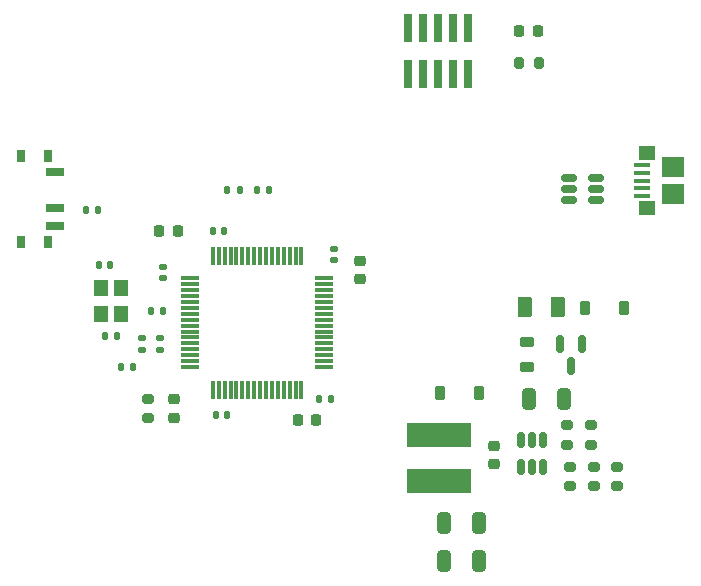
<source format=gbr>
%TF.GenerationSoftware,KiCad,Pcbnew,7.0.5*%
%TF.CreationDate,2023-07-30T01:34:42+05:30*%
%TF.ProjectId,STM32F4_test1,53544d33-3246-4345-9f74-657374312e6b,rev?*%
%TF.SameCoordinates,Original*%
%TF.FileFunction,Paste,Top*%
%TF.FilePolarity,Positive*%
%FSLAX46Y46*%
G04 Gerber Fmt 4.6, Leading zero omitted, Abs format (unit mm)*
G04 Created by KiCad (PCBNEW 7.0.5) date 2023-07-30 01:34:42*
%MOMM*%
%LPD*%
G01*
G04 APERTURE LIST*
G04 Aperture macros list*
%AMRoundRect*
0 Rectangle with rounded corners*
0 $1 Rounding radius*
0 $2 $3 $4 $5 $6 $7 $8 $9 X,Y pos of 4 corners*
0 Add a 4 corners polygon primitive as box body*
4,1,4,$2,$3,$4,$5,$6,$7,$8,$9,$2,$3,0*
0 Add four circle primitives for the rounded corners*
1,1,$1+$1,$2,$3*
1,1,$1+$1,$4,$5*
1,1,$1+$1,$6,$7*
1,1,$1+$1,$8,$9*
0 Add four rect primitives between the rounded corners*
20,1,$1+$1,$2,$3,$4,$5,0*
20,1,$1+$1,$4,$5,$6,$7,0*
20,1,$1+$1,$6,$7,$8,$9,0*
20,1,$1+$1,$8,$9,$2,$3,0*%
G04 Aperture macros list end*
%ADD10R,0.740000X2.400000*%
%ADD11R,5.500000X2.150000*%
%ADD12RoundRect,0.140000X0.140000X0.170000X-0.140000X0.170000X-0.140000X-0.170000X0.140000X-0.170000X0*%
%ADD13RoundRect,0.250000X0.325000X0.650000X-0.325000X0.650000X-0.325000X-0.650000X0.325000X-0.650000X0*%
%ADD14RoundRect,0.135000X0.135000X0.185000X-0.135000X0.185000X-0.135000X-0.185000X0.135000X-0.185000X0*%
%ADD15RoundRect,0.218750X0.381250X-0.218750X0.381250X0.218750X-0.381250X0.218750X-0.381250X-0.218750X0*%
%ADD16RoundRect,0.147500X-0.147500X-0.172500X0.147500X-0.172500X0.147500X0.172500X-0.147500X0.172500X0*%
%ADD17RoundRect,0.200000X-0.275000X0.200000X-0.275000X-0.200000X0.275000X-0.200000X0.275000X0.200000X0*%
%ADD18RoundRect,0.150000X0.512500X0.150000X-0.512500X0.150000X-0.512500X-0.150000X0.512500X-0.150000X0*%
%ADD19RoundRect,0.200000X0.275000X-0.200000X0.275000X0.200000X-0.275000X0.200000X-0.275000X-0.200000X0*%
%ADD20RoundRect,0.140000X-0.140000X-0.170000X0.140000X-0.170000X0.140000X0.170000X-0.140000X0.170000X0*%
%ADD21RoundRect,0.218750X0.256250X-0.218750X0.256250X0.218750X-0.256250X0.218750X-0.256250X-0.218750X0*%
%ADD22RoundRect,0.225000X-0.225000X-0.250000X0.225000X-0.250000X0.225000X0.250000X-0.225000X0.250000X0*%
%ADD23R,1.200000X1.400000*%
%ADD24RoundRect,0.218750X0.218750X0.256250X-0.218750X0.256250X-0.218750X-0.256250X0.218750X-0.256250X0*%
%ADD25RoundRect,0.150000X0.150000X-0.512500X0.150000X0.512500X-0.150000X0.512500X-0.150000X-0.512500X0*%
%ADD26RoundRect,0.225000X-0.225000X-0.375000X0.225000X-0.375000X0.225000X0.375000X-0.225000X0.375000X0*%
%ADD27RoundRect,0.140000X0.170000X-0.140000X0.170000X0.140000X-0.170000X0.140000X-0.170000X-0.140000X0*%
%ADD28RoundRect,0.250000X-0.375000X-0.625000X0.375000X-0.625000X0.375000X0.625000X-0.375000X0.625000X0*%
%ADD29RoundRect,0.250000X-0.325000X-0.650000X0.325000X-0.650000X0.325000X0.650000X-0.325000X0.650000X0*%
%ADD30RoundRect,0.075000X-0.700000X-0.075000X0.700000X-0.075000X0.700000X0.075000X-0.700000X0.075000X0*%
%ADD31RoundRect,0.075000X-0.075000X-0.700000X0.075000X-0.700000X0.075000X0.700000X-0.075000X0.700000X0*%
%ADD32RoundRect,0.225000X0.250000X-0.225000X0.250000X0.225000X-0.250000X0.225000X-0.250000X-0.225000X0*%
%ADD33RoundRect,0.225000X0.225000X0.250000X-0.225000X0.250000X-0.225000X-0.250000X0.225000X-0.250000X0*%
%ADD34R,0.800000X1.000000*%
%ADD35R,1.500000X0.700000*%
%ADD36R,1.400000X0.400000*%
%ADD37R,1.450000X1.150000*%
%ADD38R,1.900000X1.750000*%
%ADD39RoundRect,0.135000X-0.135000X-0.185000X0.135000X-0.185000X0.135000X0.185000X-0.135000X0.185000X0*%
%ADD40RoundRect,0.150000X-0.150000X0.587500X-0.150000X-0.587500X0.150000X-0.587500X0.150000X0.587500X0*%
%ADD41RoundRect,0.200000X0.200000X0.275000X-0.200000X0.275000X-0.200000X-0.275000X0.200000X-0.275000X0*%
G04 APERTURE END LIST*
D10*
%TO.C,J2*%
X148080000Y-81550000D03*
X148080000Y-85450000D03*
X146810000Y-81550000D03*
X146810000Y-85450000D03*
X145540000Y-81550000D03*
X145540000Y-85450000D03*
X144270000Y-81550000D03*
X144270000Y-85450000D03*
X143000000Y-81550000D03*
X143000000Y-85450000D03*
%TD*%
D11*
%TO.C,L2*%
X145625000Y-116012500D03*
X145625000Y-119862500D03*
%TD*%
D12*
%TO.C,C12*%
X118350000Y-107600000D03*
X117390000Y-107600000D03*
%TD*%
D13*
%TO.C,C15*%
X149050000Y-123437500D03*
X146100000Y-123437500D03*
%TD*%
D12*
%TO.C,C5*%
X127730000Y-114250000D03*
X126770000Y-114250000D03*
%TD*%
D14*
%TO.C,R2*%
X122260000Y-105500000D03*
X121240000Y-105500000D03*
%TD*%
D15*
%TO.C,FB1*%
X153125000Y-110250000D03*
X153125000Y-108125000D03*
%TD*%
D16*
%TO.C,L1*%
X118765000Y-110250000D03*
X119735000Y-110250000D03*
%TD*%
D17*
%TO.C,R4*%
X156500000Y-115175000D03*
X156500000Y-116825000D03*
%TD*%
%TO.C,R7*%
X158750000Y-118675000D03*
X158750000Y-120325000D03*
%TD*%
D18*
%TO.C,U2*%
X158937500Y-96087500D03*
X158937500Y-95137500D03*
X158937500Y-94187500D03*
X156662500Y-94187500D03*
X156662500Y-95137500D03*
X156662500Y-96087500D03*
%TD*%
D19*
%TO.C,R8*%
X160750000Y-120325000D03*
X160750000Y-118675000D03*
%TD*%
D13*
%TO.C,C17*%
X149050000Y-126687500D03*
X146100000Y-126687500D03*
%TD*%
D20*
%TO.C,C11*%
X116870000Y-101600000D03*
X117830000Y-101600000D03*
%TD*%
D21*
%TO.C,D1*%
X123250000Y-114550000D03*
X123250000Y-112975000D03*
%TD*%
D14*
%TO.C,R9*%
X131270000Y-95225000D03*
X130250000Y-95225000D03*
%TD*%
D22*
%TO.C,C2*%
X133725000Y-114725000D03*
X135275000Y-114725000D03*
%TD*%
D19*
%TO.C,R6*%
X156750000Y-120325000D03*
X156750000Y-118675000D03*
%TD*%
D23*
%TO.C,Y1*%
X117000000Y-103500000D03*
X117000000Y-105700000D03*
X118700000Y-105700000D03*
X118700000Y-103500000D03*
%TD*%
D24*
%TO.C,D4*%
X154037500Y-81750000D03*
X152462500Y-81750000D03*
%TD*%
D25*
%TO.C,MP2359DJ-LF-Z1*%
X152550000Y-118712500D03*
X153500000Y-118712500D03*
X154450000Y-118712500D03*
X154450000Y-116437500D03*
X153500000Y-116437500D03*
X152550000Y-116437500D03*
%TD*%
D26*
%TO.C,D3*%
X158000000Y-105250000D03*
X161300000Y-105250000D03*
%TD*%
D27*
%TO.C,C4*%
X122250000Y-102705000D03*
X122250000Y-101745000D03*
%TD*%
D28*
%TO.C,F1*%
X152950000Y-105187500D03*
X155750000Y-105187500D03*
%TD*%
D27*
%TO.C,C10*%
X122000000Y-108750000D03*
X122000000Y-107790000D03*
%TD*%
%TO.C,C7*%
X136750000Y-101185000D03*
X136750000Y-100225000D03*
%TD*%
D17*
%TO.C,R3*%
X121000000Y-112900000D03*
X121000000Y-114550000D03*
%TD*%
D29*
%TO.C,C13*%
X153275000Y-112937500D03*
X156225000Y-112937500D03*
%TD*%
D20*
%TO.C,C6*%
X135520000Y-112975000D03*
X136480000Y-112975000D03*
%TD*%
D27*
%TO.C,C9*%
X120500000Y-108750000D03*
X120500000Y-107790000D03*
%TD*%
D30*
%TO.C,U1*%
X124575000Y-102725000D03*
X124575000Y-103225000D03*
X124575000Y-103725000D03*
X124575000Y-104225000D03*
X124575000Y-104725000D03*
X124575000Y-105225000D03*
X124575000Y-105725000D03*
X124575000Y-106225000D03*
X124575000Y-106725000D03*
X124575000Y-107225000D03*
X124575000Y-107725000D03*
X124575000Y-108225000D03*
X124575000Y-108725000D03*
X124575000Y-109225000D03*
X124575000Y-109725000D03*
X124575000Y-110225000D03*
D31*
X126500000Y-112150000D03*
X127000000Y-112150000D03*
X127500000Y-112150000D03*
X128000000Y-112150000D03*
X128500000Y-112150000D03*
X129000000Y-112150000D03*
X129500000Y-112150000D03*
X130000000Y-112150000D03*
X130500000Y-112150000D03*
X131000000Y-112150000D03*
X131500000Y-112150000D03*
X132000000Y-112150000D03*
X132500000Y-112150000D03*
X133000000Y-112150000D03*
X133500000Y-112150000D03*
X134000000Y-112150000D03*
D30*
X135925000Y-110225000D03*
X135925000Y-109725000D03*
X135925000Y-109225000D03*
X135925000Y-108725000D03*
X135925000Y-108225000D03*
X135925000Y-107725000D03*
X135925000Y-107225000D03*
X135925000Y-106725000D03*
X135925000Y-106225000D03*
X135925000Y-105725000D03*
X135925000Y-105225000D03*
X135925000Y-104725000D03*
X135925000Y-104225000D03*
X135925000Y-103725000D03*
X135925000Y-103225000D03*
X135925000Y-102725000D03*
D31*
X134000000Y-100800000D03*
X133500000Y-100800000D03*
X133000000Y-100800000D03*
X132500000Y-100800000D03*
X132000000Y-100800000D03*
X131500000Y-100800000D03*
X131000000Y-100800000D03*
X130500000Y-100800000D03*
X130000000Y-100800000D03*
X129500000Y-100800000D03*
X129000000Y-100800000D03*
X128500000Y-100800000D03*
X128000000Y-100800000D03*
X127500000Y-100800000D03*
X127000000Y-100800000D03*
X126500000Y-100800000D03*
%TD*%
D32*
%TO.C,C14*%
X150300000Y-118462500D03*
X150300000Y-116912500D03*
%TD*%
D26*
%TO.C,D2*%
X145750000Y-112437500D03*
X149050000Y-112437500D03*
%TD*%
D32*
%TO.C,C1*%
X139000000Y-102775000D03*
X139000000Y-101225000D03*
%TD*%
D20*
%TO.C,C8*%
X126520000Y-98750000D03*
X127480000Y-98750000D03*
%TD*%
D33*
%TO.C,C3*%
X123525000Y-98725000D03*
X121975000Y-98725000D03*
%TD*%
D34*
%TO.C,SW1*%
X112505000Y-92350000D03*
X110295000Y-92350000D03*
X112505000Y-99650000D03*
X110295000Y-99650000D03*
D35*
X113155000Y-93750000D03*
X113155000Y-96750000D03*
X113155000Y-98250000D03*
%TD*%
D36*
%TO.C,J5*%
X162830000Y-95750000D03*
X162830000Y-95100000D03*
X162830000Y-94450000D03*
X162830000Y-93800000D03*
X162830000Y-93150000D03*
D37*
X163250000Y-96770000D03*
D38*
X165480000Y-95575000D03*
X165480000Y-93325000D03*
D37*
X163250000Y-92130000D03*
%TD*%
D39*
%TO.C,R10*%
X127740000Y-95225000D03*
X128760000Y-95225000D03*
%TD*%
D40*
%TO.C,Q1*%
X157762500Y-108250000D03*
X155862500Y-108250000D03*
X156812500Y-110125000D03*
%TD*%
D14*
%TO.C,R1*%
X116760000Y-96975000D03*
X115740000Y-96975000D03*
%TD*%
D19*
%TO.C,R5*%
X158500000Y-116825000D03*
X158500000Y-115175000D03*
%TD*%
D41*
%TO.C,R11*%
X154075000Y-84500000D03*
X152425000Y-84500000D03*
%TD*%
M02*

</source>
